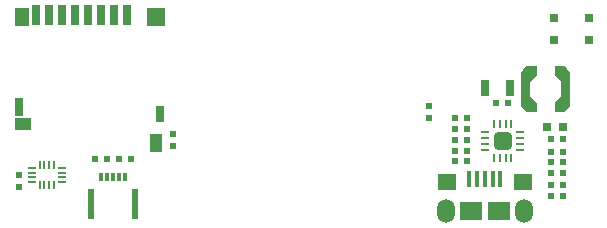
<source format=gbr>
%TF.GenerationSoftware,Altium Limited,Altium Designer,19.0.15 (446)*%
G04 Layer_Color=128*
%FSLAX26Y26*%
%MOIN*%
%TF.FileFunction,Paste,Bot*%
%TF.Part,Single*%
G01*
G75*
%TA.AperFunction,SMDPad,CuDef*%
%ADD12R,0.021654X0.023622*%
%ADD13R,0.023622X0.021654*%
%ADD22R,0.029528X0.031496*%
%ADD23R,0.023622X0.019685*%
%ADD39R,0.019685X0.023622*%
%ADD52R,0.011811X0.031496*%
%ADD83R,0.027559X0.068898*%
%ADD84R,0.059055X0.059055*%
%ADD85R,0.051181X0.059055*%
%ADD86R,0.031496X0.059055*%
%ADD87R,0.057087X0.039370*%
%ADD88R,0.031496X0.055118*%
%ADD89R,0.039370X0.061024*%
%ADD90R,0.023622X0.102362*%
%ADD91R,0.019685X0.019685*%
%ADD92R,0.029528X0.057087*%
G04:AMPARAMS|DCode=94|XSize=9.842mil|YSize=27.559mil|CornerRadius=1.968mil|HoleSize=0mil|Usage=FLASHONLY|Rotation=180.000|XOffset=0mil|YOffset=0mil|HoleType=Round|Shape=RoundedRectangle|*
%AMROUNDEDRECTD94*
21,1,0.009842,0.023622,0,0,180.0*
21,1,0.005906,0.027559,0,0,180.0*
1,1,0.003937,-0.002953,0.011811*
1,1,0.003937,0.002953,0.011811*
1,1,0.003937,0.002953,-0.011811*
1,1,0.003937,-0.002953,-0.011811*
%
%ADD94ROUNDEDRECTD94*%
G04:AMPARAMS|DCode=95|XSize=9.842mil|YSize=27.559mil|CornerRadius=1.968mil|HoleSize=0mil|Usage=FLASHONLY|Rotation=90.000|XOffset=0mil|YOffset=0mil|HoleType=Round|Shape=RoundedRectangle|*
%AMROUNDEDRECTD95*
21,1,0.009842,0.023622,0,0,90.0*
21,1,0.005906,0.027559,0,0,90.0*
1,1,0.003937,0.011811,0.002953*
1,1,0.003937,0.011811,-0.002953*
1,1,0.003937,-0.011811,-0.002953*
1,1,0.003937,-0.011811,0.002953*
%
%ADD95ROUNDEDRECTD95*%
%ADD96R,0.027559X0.025591*%
%TA.AperFunction,ConnectorPad*%
%ADD97R,0.062992X0.055118*%
%ADD98R,0.074803X0.061024*%
%ADD99R,0.015748X0.053150*%
%TA.AperFunction,OtherPad,Pad U1-17_1 (1641.733mil,287.401mil)*%
G04:AMPARAMS|DCode=117|XSize=61.024mil|YSize=61.024mil|CornerRadius=15.256mil|HoleSize=0mil|Usage=FLASHONLY|Rotation=180.000|XOffset=0mil|YOffset=0mil|HoleType=Round|Shape=RoundedRectangle|*
%AMROUNDEDRECTD117*
21,1,0.061024,0.030512,0,0,180.0*
21,1,0.030512,0.061024,0,0,180.0*
1,1,0.030512,-0.015256,0.015256*
1,1,0.030512,0.015256,0.015256*
1,1,0.030512,0.015256,-0.015256*
1,1,0.030512,-0.015256,-0.015256*
%
%ADD117ROUNDEDRECTD117*%
%TA.AperFunction,OtherPad,Pad P3-6 (1452.756mil,53.74mil)*%
%ADD118O,0.059055X0.078740*%
%TA.AperFunction,OtherPad,Pad P3-6 (1712.599mil,53.74mil)*%
%ADD119O,0.059055X0.078740*%
%TA.AperFunction,SMDPad,CuDef*%
%ADD120O,0.007087X0.027953*%
%ADD121O,0.027953X0.007087*%
G36*
X1755905Y504724D02*
X1733071Y481299D01*
Y436024D01*
X1755905Y412598D01*
Y382087D01*
X1720866D01*
X1702756Y403740D01*
Y513583D01*
X1720866Y535236D01*
X1755905D01*
Y504724D01*
D02*
G37*
G36*
X1868110Y513583D02*
Y403740D01*
X1850000Y382087D01*
X1814961D01*
Y412598D01*
X1837795Y436024D01*
Y481299D01*
X1814961Y504724D01*
Y535236D01*
X1850000D01*
X1868110Y513583D01*
D02*
G37*
D12*
X1397638Y403543D02*
D03*
Y364173D02*
D03*
X542110Y269315D02*
D03*
Y308685D02*
D03*
D13*
X1802756Y103543D02*
D03*
X1842126D02*
D03*
X1802756Y139370D02*
D03*
X1842126D02*
D03*
X1484252Y290354D02*
D03*
X1523622D02*
D03*
X1521653Y326772D02*
D03*
X1482283D02*
D03*
Y362442D02*
D03*
X1521653D02*
D03*
X1523622Y253937D02*
D03*
X1484252D02*
D03*
X1523622Y218110D02*
D03*
X1484252D02*
D03*
X1842126Y293559D02*
D03*
X1802756D02*
D03*
X1842126Y250842D02*
D03*
X1802756D02*
D03*
X1842126Y214842D02*
D03*
X1802756D02*
D03*
D22*
X1790354Y334488D02*
D03*
X1843504D02*
D03*
D23*
X1620866Y411417D02*
D03*
X1660236D02*
D03*
X1802756Y179842D02*
D03*
X1842126D02*
D03*
X363425Y225000D02*
D03*
X402795D02*
D03*
X283425D02*
D03*
X322795D02*
D03*
D39*
X29921Y172244D02*
D03*
Y132874D02*
D03*
D52*
X323409Y166984D02*
D03*
X343094D02*
D03*
X362779D02*
D03*
X382464D02*
D03*
X303724D02*
D03*
D83*
X260827Y705118D02*
D03*
X217519D02*
D03*
X174213D02*
D03*
X130905D02*
D03*
X87599D02*
D03*
X304134D02*
D03*
X347440D02*
D03*
X390748D02*
D03*
D84*
X487205Y700197D02*
D03*
D85*
X40354D02*
D03*
D86*
X30512Y400984D02*
D03*
D87*
X43307Y341929D02*
D03*
D88*
X500984Y375394D02*
D03*
D89*
X485236Y279921D02*
D03*
D90*
X268291Y76433D02*
D03*
X417898D02*
D03*
D91*
X1852362Y458662D02*
D03*
X1718505D02*
D03*
D92*
X1666732Y464173D02*
D03*
X1582087D02*
D03*
D94*
X1671261Y344488D02*
D03*
X1651575D02*
D03*
X1631891D02*
D03*
X1612205D02*
D03*
Y230315D02*
D03*
X1631891D02*
D03*
X1651575D02*
D03*
X1671261D02*
D03*
D95*
X1584646Y316929D02*
D03*
Y297245D02*
D03*
Y277559D02*
D03*
Y257875D02*
D03*
X1698819D02*
D03*
Y277559D02*
D03*
Y297245D02*
D03*
Y316929D02*
D03*
D96*
X1812795Y696457D02*
D03*
X1928937D02*
D03*
Y621654D02*
D03*
X1812795D02*
D03*
D97*
X1708661Y150196D02*
D03*
X1456693D02*
D03*
D98*
X1535433Y53740D02*
D03*
X1629922D02*
D03*
D99*
X1531496Y159055D02*
D03*
X1557087D02*
D03*
X1633858D02*
D03*
X1608268D02*
D03*
X1582677D02*
D03*
D117*
X1641733Y287401D02*
D03*
D118*
X1452756Y53740D02*
D03*
D119*
X1712599D02*
D03*
D120*
X98425Y207677D02*
D03*
X114173D02*
D03*
X129921D02*
D03*
X145669D02*
D03*
Y138779D02*
D03*
X129921D02*
D03*
X114173D02*
D03*
X98425D02*
D03*
D121*
X172244Y196850D02*
D03*
Y181102D02*
D03*
Y165354D02*
D03*
Y149606D02*
D03*
X71850D02*
D03*
Y165354D02*
D03*
Y181102D02*
D03*
Y196850D02*
D03*
%TF.MD5,6762319499dba41791d5753a536ed6aa*%
M02*

</source>
